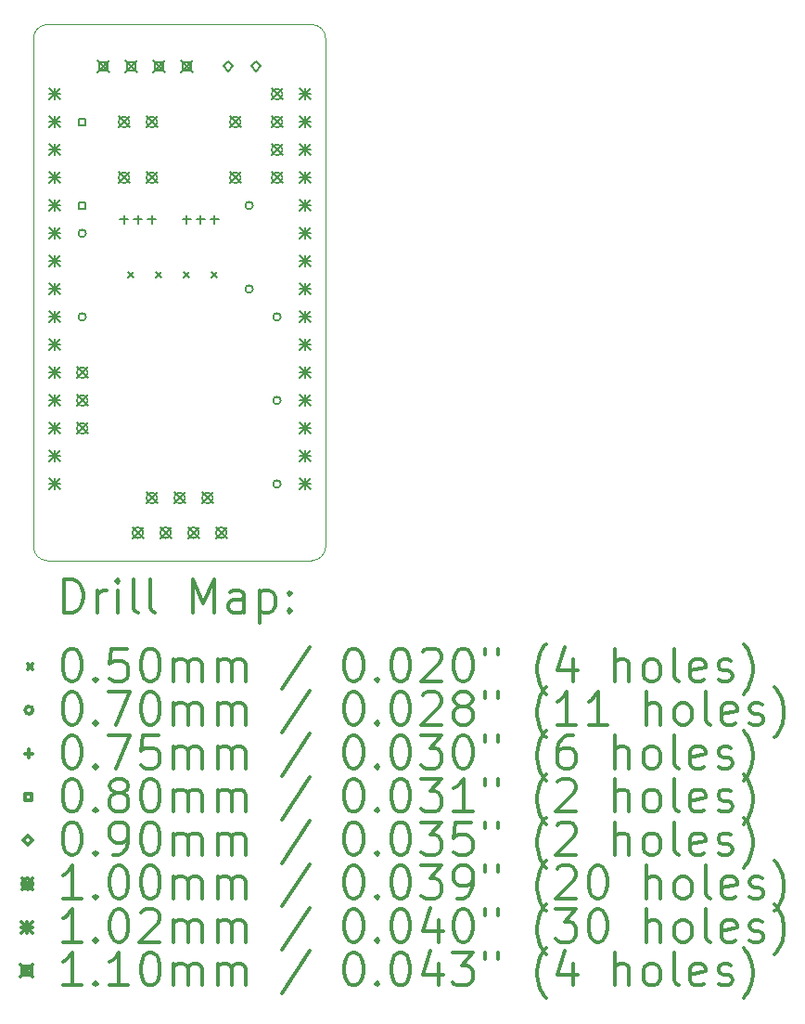
<source format=gbr>
%FSLAX45Y45*%
G04 Gerber Fmt 4.5, Leading zero omitted, Abs format (unit mm)*
G04 Created by KiCad (PCBNEW 5.1.5-52549c5~85~ubuntu18.04.1) date 2020-03-29 12:38:47*
%MOMM*%
%LPD*%
G04 APERTURE LIST*
%TA.AperFunction,Profile*%
%ADD10C,0.120000*%
%TD*%
%ADD11C,0.200000*%
%ADD12C,0.300000*%
G04 APERTURE END LIST*
D10*
X11938000Y-10414489D02*
G75*
G02X12065000Y-10287489I127000J0D01*
G01*
X14605000Y-15049500D02*
G75*
G02X14478000Y-15176500I-127000J0D01*
G01*
X14478000Y-10287489D02*
G75*
G02X14605000Y-10414489I0J-127000D01*
G01*
X12065000Y-15176989D02*
G75*
G02X11938000Y-15049989I0J127000D01*
G01*
X14605000Y-15049500D02*
X14605000Y-10414000D01*
X12065000Y-15176500D02*
X14478000Y-15176500D01*
X11938000Y-10414000D02*
X11938000Y-15049500D01*
X14478000Y-10287489D02*
X12065000Y-10287489D01*
D11*
X12802000Y-12548000D02*
X12852000Y-12598000D01*
X12852000Y-12548000D02*
X12802000Y-12598000D01*
X13056000Y-12548000D02*
X13106000Y-12598000D01*
X13106000Y-12548000D02*
X13056000Y-12598000D01*
X13310000Y-12548000D02*
X13360000Y-12598000D01*
X13360000Y-12548000D02*
X13310000Y-12598000D01*
X13564000Y-12548000D02*
X13614000Y-12598000D01*
X13614000Y-12548000D02*
X13564000Y-12598000D01*
X12608000Y-10668000D02*
G75*
G03X12608000Y-10668000I-35000J0D01*
G01*
X14195500Y-13716000D02*
G75*
G03X14195500Y-13716000I-35000J0D01*
G01*
X12417500Y-12192000D02*
G75*
G03X12417500Y-12192000I-35000J0D01*
G01*
X12417500Y-12954000D02*
G75*
G03X12417500Y-12954000I-35000J0D01*
G01*
X13116000Y-10668000D02*
G75*
G03X13116000Y-10668000I-35000J0D01*
G01*
X13370000Y-10668000D02*
G75*
G03X13370000Y-10668000I-35000J0D01*
G01*
X14195500Y-14478000D02*
G75*
G03X14195500Y-14478000I-35000J0D01*
G01*
X14195500Y-12954000D02*
G75*
G03X14195500Y-12954000I-35000J0D01*
G01*
X14195500Y-13716000D02*
G75*
G03X14195500Y-13716000I-35000J0D01*
G01*
X13941500Y-11938000D02*
G75*
G03X13941500Y-11938000I-35000J0D01*
G01*
X13941500Y-12700000D02*
G75*
G03X13941500Y-12700000I-35000J0D01*
G01*
X12763500Y-12027500D02*
X12763500Y-12102500D01*
X12726000Y-12065000D02*
X12801000Y-12065000D01*
X12890500Y-12027500D02*
X12890500Y-12102500D01*
X12853000Y-12065000D02*
X12928000Y-12065000D01*
X13017500Y-12027500D02*
X13017500Y-12102500D01*
X12980000Y-12065000D02*
X13055000Y-12065000D01*
X13335000Y-12027500D02*
X13335000Y-12102500D01*
X13297500Y-12065000D02*
X13372500Y-12065000D01*
X13462000Y-12027500D02*
X13462000Y-12102500D01*
X13424500Y-12065000D02*
X13499500Y-12065000D01*
X13589000Y-12027500D02*
X13589000Y-12102500D01*
X13551500Y-12065000D02*
X13626500Y-12065000D01*
X12410784Y-11204284D02*
X12410784Y-11147716D01*
X12354215Y-11147716D01*
X12354215Y-11204284D01*
X12410784Y-11204284D01*
X12410784Y-11966284D02*
X12410784Y-11909715D01*
X12354215Y-11909715D01*
X12354215Y-11966284D01*
X12410784Y-11966284D01*
X13716000Y-10713000D02*
X13761000Y-10668000D01*
X13716000Y-10623000D01*
X13671000Y-10668000D01*
X13716000Y-10713000D01*
X13970000Y-10713000D02*
X14015000Y-10668000D01*
X13970000Y-10623000D01*
X13925000Y-10668000D01*
X13970000Y-10713000D01*
X12332500Y-13412000D02*
X12432500Y-13512000D01*
X12432500Y-13412000D02*
X12332500Y-13512000D01*
X12432500Y-13462000D02*
G75*
G03X12432500Y-13462000I-50000J0D01*
G01*
X12332500Y-13666000D02*
X12432500Y-13766000D01*
X12432500Y-13666000D02*
X12332500Y-13766000D01*
X12432500Y-13716000D02*
G75*
G03X12432500Y-13716000I-50000J0D01*
G01*
X12332500Y-13920000D02*
X12432500Y-14020000D01*
X12432500Y-13920000D02*
X12332500Y-14020000D01*
X12432500Y-13970000D02*
G75*
G03X12432500Y-13970000I-50000J0D01*
G01*
X12967500Y-14555000D02*
X13067500Y-14655000D01*
X13067500Y-14555000D02*
X12967500Y-14655000D01*
X13067500Y-14605000D02*
G75*
G03X13067500Y-14605000I-50000J0D01*
G01*
X13221500Y-14555000D02*
X13321500Y-14655000D01*
X13321500Y-14555000D02*
X13221500Y-14655000D01*
X13321500Y-14605000D02*
G75*
G03X13321500Y-14605000I-50000J0D01*
G01*
X13475500Y-14555000D02*
X13575500Y-14655000D01*
X13575500Y-14555000D02*
X13475500Y-14655000D01*
X13575500Y-14605000D02*
G75*
G03X13575500Y-14605000I-50000J0D01*
G01*
X12840500Y-14872500D02*
X12940500Y-14972500D01*
X12940500Y-14872500D02*
X12840500Y-14972500D01*
X12940500Y-14922500D02*
G75*
G03X12940500Y-14922500I-50000J0D01*
G01*
X13094500Y-14872500D02*
X13194500Y-14972500D01*
X13194500Y-14872500D02*
X13094500Y-14972500D01*
X13194500Y-14922500D02*
G75*
G03X13194500Y-14922500I-50000J0D01*
G01*
X13348500Y-14872500D02*
X13448500Y-14972500D01*
X13448500Y-14872500D02*
X13348500Y-14972500D01*
X13448500Y-14922500D02*
G75*
G03X13448500Y-14922500I-50000J0D01*
G01*
X13602500Y-14872500D02*
X13702500Y-14972500D01*
X13702500Y-14872500D02*
X13602500Y-14972500D01*
X13702500Y-14922500D02*
G75*
G03X13702500Y-14922500I-50000J0D01*
G01*
X14110500Y-10872000D02*
X14210500Y-10972000D01*
X14210500Y-10872000D02*
X14110500Y-10972000D01*
X14210500Y-10922000D02*
G75*
G03X14210500Y-10922000I-50000J0D01*
G01*
X14110500Y-11126000D02*
X14210500Y-11226000D01*
X14210500Y-11126000D02*
X14110500Y-11226000D01*
X14210500Y-11176000D02*
G75*
G03X14210500Y-11176000I-50000J0D01*
G01*
X14110500Y-11380000D02*
X14210500Y-11480000D01*
X14210500Y-11380000D02*
X14110500Y-11480000D01*
X14210500Y-11430000D02*
G75*
G03X14210500Y-11430000I-50000J0D01*
G01*
X14110500Y-11634000D02*
X14210500Y-11734000D01*
X14210500Y-11634000D02*
X14110500Y-11734000D01*
X14210500Y-11684000D02*
G75*
G03X14210500Y-11684000I-50000J0D01*
G01*
X12713500Y-11126000D02*
X12813500Y-11226000D01*
X12813500Y-11126000D02*
X12713500Y-11226000D01*
X12813500Y-11176000D02*
G75*
G03X12813500Y-11176000I-50000J0D01*
G01*
X12713500Y-11634000D02*
X12813500Y-11734000D01*
X12813500Y-11634000D02*
X12713500Y-11734000D01*
X12813500Y-11684000D02*
G75*
G03X12813500Y-11684000I-50000J0D01*
G01*
X12967500Y-11126000D02*
X13067500Y-11226000D01*
X13067500Y-11126000D02*
X12967500Y-11226000D01*
X13067500Y-11176000D02*
G75*
G03X13067500Y-11176000I-50000J0D01*
G01*
X12967500Y-11634000D02*
X13067500Y-11734000D01*
X13067500Y-11634000D02*
X12967500Y-11734000D01*
X13067500Y-11684000D02*
G75*
G03X13067500Y-11684000I-50000J0D01*
G01*
X13729500Y-11126000D02*
X13829500Y-11226000D01*
X13829500Y-11126000D02*
X13729500Y-11226000D01*
X13829500Y-11176000D02*
G75*
G03X13829500Y-11176000I-50000J0D01*
G01*
X13729500Y-11634000D02*
X13829500Y-11734000D01*
X13829500Y-11634000D02*
X13729500Y-11734000D01*
X13829500Y-11684000D02*
G75*
G03X13829500Y-11684000I-50000J0D01*
G01*
X12077700Y-10871200D02*
X12179300Y-10972800D01*
X12179300Y-10871200D02*
X12077700Y-10972800D01*
X12128500Y-10871200D02*
X12128500Y-10972800D01*
X12077700Y-10922000D02*
X12179300Y-10922000D01*
X12077700Y-11125200D02*
X12179300Y-11226800D01*
X12179300Y-11125200D02*
X12077700Y-11226800D01*
X12128500Y-11125200D02*
X12128500Y-11226800D01*
X12077700Y-11176000D02*
X12179300Y-11176000D01*
X12077700Y-11379200D02*
X12179300Y-11480800D01*
X12179300Y-11379200D02*
X12077700Y-11480800D01*
X12128500Y-11379200D02*
X12128500Y-11480800D01*
X12077700Y-11430000D02*
X12179300Y-11430000D01*
X12077700Y-11633200D02*
X12179300Y-11734800D01*
X12179300Y-11633200D02*
X12077700Y-11734800D01*
X12128500Y-11633200D02*
X12128500Y-11734800D01*
X12077700Y-11684000D02*
X12179300Y-11684000D01*
X12077700Y-11887200D02*
X12179300Y-11988800D01*
X12179300Y-11887200D02*
X12077700Y-11988800D01*
X12128500Y-11887200D02*
X12128500Y-11988800D01*
X12077700Y-11938000D02*
X12179300Y-11938000D01*
X12077700Y-12141200D02*
X12179300Y-12242800D01*
X12179300Y-12141200D02*
X12077700Y-12242800D01*
X12128500Y-12141200D02*
X12128500Y-12242800D01*
X12077700Y-12192000D02*
X12179300Y-12192000D01*
X12077700Y-12395200D02*
X12179300Y-12496800D01*
X12179300Y-12395200D02*
X12077700Y-12496800D01*
X12128500Y-12395200D02*
X12128500Y-12496800D01*
X12077700Y-12446000D02*
X12179300Y-12446000D01*
X12077700Y-12649200D02*
X12179300Y-12750800D01*
X12179300Y-12649200D02*
X12077700Y-12750800D01*
X12128500Y-12649200D02*
X12128500Y-12750800D01*
X12077700Y-12700000D02*
X12179300Y-12700000D01*
X12077700Y-12903200D02*
X12179300Y-13004800D01*
X12179300Y-12903200D02*
X12077700Y-13004800D01*
X12128500Y-12903200D02*
X12128500Y-13004800D01*
X12077700Y-12954000D02*
X12179300Y-12954000D01*
X12077700Y-13157200D02*
X12179300Y-13258800D01*
X12179300Y-13157200D02*
X12077700Y-13258800D01*
X12128500Y-13157200D02*
X12128500Y-13258800D01*
X12077700Y-13208000D02*
X12179300Y-13208000D01*
X12077700Y-13411200D02*
X12179300Y-13512800D01*
X12179300Y-13411200D02*
X12077700Y-13512800D01*
X12128500Y-13411200D02*
X12128500Y-13512800D01*
X12077700Y-13462000D02*
X12179300Y-13462000D01*
X12077700Y-13665200D02*
X12179300Y-13766800D01*
X12179300Y-13665200D02*
X12077700Y-13766800D01*
X12128500Y-13665200D02*
X12128500Y-13766800D01*
X12077700Y-13716000D02*
X12179300Y-13716000D01*
X12077700Y-13919200D02*
X12179300Y-14020800D01*
X12179300Y-13919200D02*
X12077700Y-14020800D01*
X12128500Y-13919200D02*
X12128500Y-14020800D01*
X12077700Y-13970000D02*
X12179300Y-13970000D01*
X12077700Y-14173200D02*
X12179300Y-14274800D01*
X12179300Y-14173200D02*
X12077700Y-14274800D01*
X12128500Y-14173200D02*
X12128500Y-14274800D01*
X12077700Y-14224000D02*
X12179300Y-14224000D01*
X12077700Y-14427200D02*
X12179300Y-14528800D01*
X12179300Y-14427200D02*
X12077700Y-14528800D01*
X12128500Y-14427200D02*
X12128500Y-14528800D01*
X12077700Y-14478000D02*
X12179300Y-14478000D01*
X14363700Y-10871200D02*
X14465300Y-10972800D01*
X14465300Y-10871200D02*
X14363700Y-10972800D01*
X14414500Y-10871200D02*
X14414500Y-10972800D01*
X14363700Y-10922000D02*
X14465300Y-10922000D01*
X14363700Y-11125200D02*
X14465300Y-11226800D01*
X14465300Y-11125200D02*
X14363700Y-11226800D01*
X14414500Y-11125200D02*
X14414500Y-11226800D01*
X14363700Y-11176000D02*
X14465300Y-11176000D01*
X14363700Y-11379200D02*
X14465300Y-11480800D01*
X14465300Y-11379200D02*
X14363700Y-11480800D01*
X14414500Y-11379200D02*
X14414500Y-11480800D01*
X14363700Y-11430000D02*
X14465300Y-11430000D01*
X14363700Y-11633200D02*
X14465300Y-11734800D01*
X14465300Y-11633200D02*
X14363700Y-11734800D01*
X14414500Y-11633200D02*
X14414500Y-11734800D01*
X14363700Y-11684000D02*
X14465300Y-11684000D01*
X14363700Y-11887200D02*
X14465300Y-11988800D01*
X14465300Y-11887200D02*
X14363700Y-11988800D01*
X14414500Y-11887200D02*
X14414500Y-11988800D01*
X14363700Y-11938000D02*
X14465300Y-11938000D01*
X14363700Y-12141200D02*
X14465300Y-12242800D01*
X14465300Y-12141200D02*
X14363700Y-12242800D01*
X14414500Y-12141200D02*
X14414500Y-12242800D01*
X14363700Y-12192000D02*
X14465300Y-12192000D01*
X14363700Y-12395200D02*
X14465300Y-12496800D01*
X14465300Y-12395200D02*
X14363700Y-12496800D01*
X14414500Y-12395200D02*
X14414500Y-12496800D01*
X14363700Y-12446000D02*
X14465300Y-12446000D01*
X14363700Y-12649200D02*
X14465300Y-12750800D01*
X14465300Y-12649200D02*
X14363700Y-12750800D01*
X14414500Y-12649200D02*
X14414500Y-12750800D01*
X14363700Y-12700000D02*
X14465300Y-12700000D01*
X14363700Y-12903200D02*
X14465300Y-13004800D01*
X14465300Y-12903200D02*
X14363700Y-13004800D01*
X14414500Y-12903200D02*
X14414500Y-13004800D01*
X14363700Y-12954000D02*
X14465300Y-12954000D01*
X14363700Y-13157200D02*
X14465300Y-13258800D01*
X14465300Y-13157200D02*
X14363700Y-13258800D01*
X14414500Y-13157200D02*
X14414500Y-13258800D01*
X14363700Y-13208000D02*
X14465300Y-13208000D01*
X14363700Y-13411200D02*
X14465300Y-13512800D01*
X14465300Y-13411200D02*
X14363700Y-13512800D01*
X14414500Y-13411200D02*
X14414500Y-13512800D01*
X14363700Y-13462000D02*
X14465300Y-13462000D01*
X14363700Y-13665200D02*
X14465300Y-13766800D01*
X14465300Y-13665200D02*
X14363700Y-13766800D01*
X14414500Y-13665200D02*
X14414500Y-13766800D01*
X14363700Y-13716000D02*
X14465300Y-13716000D01*
X14363700Y-13919200D02*
X14465300Y-14020800D01*
X14465300Y-13919200D02*
X14363700Y-14020800D01*
X14414500Y-13919200D02*
X14414500Y-14020800D01*
X14363700Y-13970000D02*
X14465300Y-13970000D01*
X14363700Y-14173200D02*
X14465300Y-14274800D01*
X14465300Y-14173200D02*
X14363700Y-14274800D01*
X14414500Y-14173200D02*
X14414500Y-14274800D01*
X14363700Y-14224000D02*
X14465300Y-14224000D01*
X14363700Y-14427200D02*
X14465300Y-14528800D01*
X14465300Y-14427200D02*
X14363700Y-14528800D01*
X14414500Y-14427200D02*
X14414500Y-14528800D01*
X14363700Y-14478000D02*
X14465300Y-14478000D01*
X12518000Y-10613000D02*
X12628000Y-10723000D01*
X12628000Y-10613000D02*
X12518000Y-10723000D01*
X12611891Y-10706891D02*
X12611891Y-10629109D01*
X12534109Y-10629109D01*
X12534109Y-10706891D01*
X12611891Y-10706891D01*
X12772000Y-10613000D02*
X12882000Y-10723000D01*
X12882000Y-10613000D02*
X12772000Y-10723000D01*
X12865891Y-10706891D02*
X12865891Y-10629109D01*
X12788109Y-10629109D01*
X12788109Y-10706891D01*
X12865891Y-10706891D01*
X13026000Y-10613000D02*
X13136000Y-10723000D01*
X13136000Y-10613000D02*
X13026000Y-10723000D01*
X13119891Y-10706891D02*
X13119891Y-10629109D01*
X13042109Y-10629109D01*
X13042109Y-10706891D01*
X13119891Y-10706891D01*
X13280000Y-10613000D02*
X13390000Y-10723000D01*
X13390000Y-10613000D02*
X13280000Y-10723000D01*
X13373891Y-10706891D02*
X13373891Y-10629109D01*
X13296109Y-10629109D01*
X13296109Y-10706891D01*
X13373891Y-10706891D01*
D12*
X12218428Y-15648703D02*
X12218428Y-15348703D01*
X12289857Y-15348703D01*
X12332714Y-15362989D01*
X12361286Y-15391560D01*
X12375571Y-15420132D01*
X12389857Y-15477275D01*
X12389857Y-15520132D01*
X12375571Y-15577275D01*
X12361286Y-15605846D01*
X12332714Y-15634418D01*
X12289857Y-15648703D01*
X12218428Y-15648703D01*
X12518428Y-15648703D02*
X12518428Y-15448703D01*
X12518428Y-15505846D02*
X12532714Y-15477275D01*
X12547000Y-15462989D01*
X12575571Y-15448703D01*
X12604143Y-15448703D01*
X12704143Y-15648703D02*
X12704143Y-15448703D01*
X12704143Y-15348703D02*
X12689857Y-15362989D01*
X12704143Y-15377275D01*
X12718428Y-15362989D01*
X12704143Y-15348703D01*
X12704143Y-15377275D01*
X12889857Y-15648703D02*
X12861286Y-15634418D01*
X12847000Y-15605846D01*
X12847000Y-15348703D01*
X13047000Y-15648703D02*
X13018428Y-15634418D01*
X13004143Y-15605846D01*
X13004143Y-15348703D01*
X13389857Y-15648703D02*
X13389857Y-15348703D01*
X13489857Y-15562989D01*
X13589857Y-15348703D01*
X13589857Y-15648703D01*
X13861286Y-15648703D02*
X13861286Y-15491560D01*
X13847000Y-15462989D01*
X13818428Y-15448703D01*
X13761286Y-15448703D01*
X13732714Y-15462989D01*
X13861286Y-15634418D02*
X13832714Y-15648703D01*
X13761286Y-15648703D01*
X13732714Y-15634418D01*
X13718428Y-15605846D01*
X13718428Y-15577275D01*
X13732714Y-15548703D01*
X13761286Y-15534418D01*
X13832714Y-15534418D01*
X13861286Y-15520132D01*
X14004143Y-15448703D02*
X14004143Y-15748703D01*
X14004143Y-15462989D02*
X14032714Y-15448703D01*
X14089857Y-15448703D01*
X14118428Y-15462989D01*
X14132714Y-15477275D01*
X14147000Y-15505846D01*
X14147000Y-15591560D01*
X14132714Y-15620132D01*
X14118428Y-15634418D01*
X14089857Y-15648703D01*
X14032714Y-15648703D01*
X14004143Y-15634418D01*
X14275571Y-15620132D02*
X14289857Y-15634418D01*
X14275571Y-15648703D01*
X14261286Y-15634418D01*
X14275571Y-15620132D01*
X14275571Y-15648703D01*
X14275571Y-15462989D02*
X14289857Y-15477275D01*
X14275571Y-15491560D01*
X14261286Y-15477275D01*
X14275571Y-15462989D01*
X14275571Y-15491560D01*
X11882000Y-16117989D02*
X11932000Y-16167989D01*
X11932000Y-16117989D02*
X11882000Y-16167989D01*
X12275571Y-15978703D02*
X12304143Y-15978703D01*
X12332714Y-15992989D01*
X12347000Y-16007275D01*
X12361286Y-16035846D01*
X12375571Y-16092989D01*
X12375571Y-16164418D01*
X12361286Y-16221560D01*
X12347000Y-16250132D01*
X12332714Y-16264418D01*
X12304143Y-16278703D01*
X12275571Y-16278703D01*
X12247000Y-16264418D01*
X12232714Y-16250132D01*
X12218428Y-16221560D01*
X12204143Y-16164418D01*
X12204143Y-16092989D01*
X12218428Y-16035846D01*
X12232714Y-16007275D01*
X12247000Y-15992989D01*
X12275571Y-15978703D01*
X12504143Y-16250132D02*
X12518428Y-16264418D01*
X12504143Y-16278703D01*
X12489857Y-16264418D01*
X12504143Y-16250132D01*
X12504143Y-16278703D01*
X12789857Y-15978703D02*
X12647000Y-15978703D01*
X12632714Y-16121560D01*
X12647000Y-16107275D01*
X12675571Y-16092989D01*
X12747000Y-16092989D01*
X12775571Y-16107275D01*
X12789857Y-16121560D01*
X12804143Y-16150132D01*
X12804143Y-16221560D01*
X12789857Y-16250132D01*
X12775571Y-16264418D01*
X12747000Y-16278703D01*
X12675571Y-16278703D01*
X12647000Y-16264418D01*
X12632714Y-16250132D01*
X12989857Y-15978703D02*
X13018428Y-15978703D01*
X13047000Y-15992989D01*
X13061286Y-16007275D01*
X13075571Y-16035846D01*
X13089857Y-16092989D01*
X13089857Y-16164418D01*
X13075571Y-16221560D01*
X13061286Y-16250132D01*
X13047000Y-16264418D01*
X13018428Y-16278703D01*
X12989857Y-16278703D01*
X12961286Y-16264418D01*
X12947000Y-16250132D01*
X12932714Y-16221560D01*
X12918428Y-16164418D01*
X12918428Y-16092989D01*
X12932714Y-16035846D01*
X12947000Y-16007275D01*
X12961286Y-15992989D01*
X12989857Y-15978703D01*
X13218428Y-16278703D02*
X13218428Y-16078703D01*
X13218428Y-16107275D02*
X13232714Y-16092989D01*
X13261286Y-16078703D01*
X13304143Y-16078703D01*
X13332714Y-16092989D01*
X13347000Y-16121560D01*
X13347000Y-16278703D01*
X13347000Y-16121560D02*
X13361286Y-16092989D01*
X13389857Y-16078703D01*
X13432714Y-16078703D01*
X13461286Y-16092989D01*
X13475571Y-16121560D01*
X13475571Y-16278703D01*
X13618428Y-16278703D02*
X13618428Y-16078703D01*
X13618428Y-16107275D02*
X13632714Y-16092989D01*
X13661286Y-16078703D01*
X13704143Y-16078703D01*
X13732714Y-16092989D01*
X13747000Y-16121560D01*
X13747000Y-16278703D01*
X13747000Y-16121560D02*
X13761286Y-16092989D01*
X13789857Y-16078703D01*
X13832714Y-16078703D01*
X13861286Y-16092989D01*
X13875571Y-16121560D01*
X13875571Y-16278703D01*
X14461286Y-15964418D02*
X14204143Y-16350132D01*
X14847000Y-15978703D02*
X14875571Y-15978703D01*
X14904143Y-15992989D01*
X14918428Y-16007275D01*
X14932714Y-16035846D01*
X14947000Y-16092989D01*
X14947000Y-16164418D01*
X14932714Y-16221560D01*
X14918428Y-16250132D01*
X14904143Y-16264418D01*
X14875571Y-16278703D01*
X14847000Y-16278703D01*
X14818428Y-16264418D01*
X14804143Y-16250132D01*
X14789857Y-16221560D01*
X14775571Y-16164418D01*
X14775571Y-16092989D01*
X14789857Y-16035846D01*
X14804143Y-16007275D01*
X14818428Y-15992989D01*
X14847000Y-15978703D01*
X15075571Y-16250132D02*
X15089857Y-16264418D01*
X15075571Y-16278703D01*
X15061286Y-16264418D01*
X15075571Y-16250132D01*
X15075571Y-16278703D01*
X15275571Y-15978703D02*
X15304143Y-15978703D01*
X15332714Y-15992989D01*
X15347000Y-16007275D01*
X15361286Y-16035846D01*
X15375571Y-16092989D01*
X15375571Y-16164418D01*
X15361286Y-16221560D01*
X15347000Y-16250132D01*
X15332714Y-16264418D01*
X15304143Y-16278703D01*
X15275571Y-16278703D01*
X15247000Y-16264418D01*
X15232714Y-16250132D01*
X15218428Y-16221560D01*
X15204143Y-16164418D01*
X15204143Y-16092989D01*
X15218428Y-16035846D01*
X15232714Y-16007275D01*
X15247000Y-15992989D01*
X15275571Y-15978703D01*
X15489857Y-16007275D02*
X15504143Y-15992989D01*
X15532714Y-15978703D01*
X15604143Y-15978703D01*
X15632714Y-15992989D01*
X15647000Y-16007275D01*
X15661286Y-16035846D01*
X15661286Y-16064418D01*
X15647000Y-16107275D01*
X15475571Y-16278703D01*
X15661286Y-16278703D01*
X15847000Y-15978703D02*
X15875571Y-15978703D01*
X15904143Y-15992989D01*
X15918428Y-16007275D01*
X15932714Y-16035846D01*
X15947000Y-16092989D01*
X15947000Y-16164418D01*
X15932714Y-16221560D01*
X15918428Y-16250132D01*
X15904143Y-16264418D01*
X15875571Y-16278703D01*
X15847000Y-16278703D01*
X15818428Y-16264418D01*
X15804143Y-16250132D01*
X15789857Y-16221560D01*
X15775571Y-16164418D01*
X15775571Y-16092989D01*
X15789857Y-16035846D01*
X15804143Y-16007275D01*
X15818428Y-15992989D01*
X15847000Y-15978703D01*
X16061286Y-15978703D02*
X16061286Y-16035846D01*
X16175571Y-15978703D02*
X16175571Y-16035846D01*
X16618428Y-16392989D02*
X16604143Y-16378703D01*
X16575571Y-16335846D01*
X16561286Y-16307275D01*
X16547000Y-16264418D01*
X16532714Y-16192989D01*
X16532714Y-16135846D01*
X16547000Y-16064418D01*
X16561286Y-16021560D01*
X16575571Y-15992989D01*
X16604143Y-15950132D01*
X16618428Y-15935846D01*
X16861286Y-16078703D02*
X16861286Y-16278703D01*
X16789857Y-15964418D02*
X16718428Y-16178703D01*
X16904143Y-16178703D01*
X17247000Y-16278703D02*
X17247000Y-15978703D01*
X17375571Y-16278703D02*
X17375571Y-16121560D01*
X17361286Y-16092989D01*
X17332714Y-16078703D01*
X17289857Y-16078703D01*
X17261286Y-16092989D01*
X17247000Y-16107275D01*
X17561286Y-16278703D02*
X17532714Y-16264418D01*
X17518428Y-16250132D01*
X17504143Y-16221560D01*
X17504143Y-16135846D01*
X17518428Y-16107275D01*
X17532714Y-16092989D01*
X17561286Y-16078703D01*
X17604143Y-16078703D01*
X17632714Y-16092989D01*
X17647000Y-16107275D01*
X17661286Y-16135846D01*
X17661286Y-16221560D01*
X17647000Y-16250132D01*
X17632714Y-16264418D01*
X17604143Y-16278703D01*
X17561286Y-16278703D01*
X17832714Y-16278703D02*
X17804143Y-16264418D01*
X17789857Y-16235846D01*
X17789857Y-15978703D01*
X18061286Y-16264418D02*
X18032714Y-16278703D01*
X17975571Y-16278703D01*
X17947000Y-16264418D01*
X17932714Y-16235846D01*
X17932714Y-16121560D01*
X17947000Y-16092989D01*
X17975571Y-16078703D01*
X18032714Y-16078703D01*
X18061286Y-16092989D01*
X18075571Y-16121560D01*
X18075571Y-16150132D01*
X17932714Y-16178703D01*
X18189857Y-16264418D02*
X18218428Y-16278703D01*
X18275571Y-16278703D01*
X18304143Y-16264418D01*
X18318428Y-16235846D01*
X18318428Y-16221560D01*
X18304143Y-16192989D01*
X18275571Y-16178703D01*
X18232714Y-16178703D01*
X18204143Y-16164418D01*
X18189857Y-16135846D01*
X18189857Y-16121560D01*
X18204143Y-16092989D01*
X18232714Y-16078703D01*
X18275571Y-16078703D01*
X18304143Y-16092989D01*
X18418428Y-16392989D02*
X18432714Y-16378703D01*
X18461286Y-16335846D01*
X18475571Y-16307275D01*
X18489857Y-16264418D01*
X18504143Y-16192989D01*
X18504143Y-16135846D01*
X18489857Y-16064418D01*
X18475571Y-16021560D01*
X18461286Y-15992989D01*
X18432714Y-15950132D01*
X18418428Y-15935846D01*
X11932000Y-16538989D02*
G75*
G03X11932000Y-16538989I-35000J0D01*
G01*
X12275571Y-16374703D02*
X12304143Y-16374703D01*
X12332714Y-16388989D01*
X12347000Y-16403275D01*
X12361286Y-16431846D01*
X12375571Y-16488989D01*
X12375571Y-16560418D01*
X12361286Y-16617560D01*
X12347000Y-16646132D01*
X12332714Y-16660418D01*
X12304143Y-16674703D01*
X12275571Y-16674703D01*
X12247000Y-16660418D01*
X12232714Y-16646132D01*
X12218428Y-16617560D01*
X12204143Y-16560418D01*
X12204143Y-16488989D01*
X12218428Y-16431846D01*
X12232714Y-16403275D01*
X12247000Y-16388989D01*
X12275571Y-16374703D01*
X12504143Y-16646132D02*
X12518428Y-16660418D01*
X12504143Y-16674703D01*
X12489857Y-16660418D01*
X12504143Y-16646132D01*
X12504143Y-16674703D01*
X12618428Y-16374703D02*
X12818428Y-16374703D01*
X12689857Y-16674703D01*
X12989857Y-16374703D02*
X13018428Y-16374703D01*
X13047000Y-16388989D01*
X13061286Y-16403275D01*
X13075571Y-16431846D01*
X13089857Y-16488989D01*
X13089857Y-16560418D01*
X13075571Y-16617560D01*
X13061286Y-16646132D01*
X13047000Y-16660418D01*
X13018428Y-16674703D01*
X12989857Y-16674703D01*
X12961286Y-16660418D01*
X12947000Y-16646132D01*
X12932714Y-16617560D01*
X12918428Y-16560418D01*
X12918428Y-16488989D01*
X12932714Y-16431846D01*
X12947000Y-16403275D01*
X12961286Y-16388989D01*
X12989857Y-16374703D01*
X13218428Y-16674703D02*
X13218428Y-16474703D01*
X13218428Y-16503275D02*
X13232714Y-16488989D01*
X13261286Y-16474703D01*
X13304143Y-16474703D01*
X13332714Y-16488989D01*
X13347000Y-16517560D01*
X13347000Y-16674703D01*
X13347000Y-16517560D02*
X13361286Y-16488989D01*
X13389857Y-16474703D01*
X13432714Y-16474703D01*
X13461286Y-16488989D01*
X13475571Y-16517560D01*
X13475571Y-16674703D01*
X13618428Y-16674703D02*
X13618428Y-16474703D01*
X13618428Y-16503275D02*
X13632714Y-16488989D01*
X13661286Y-16474703D01*
X13704143Y-16474703D01*
X13732714Y-16488989D01*
X13747000Y-16517560D01*
X13747000Y-16674703D01*
X13747000Y-16517560D02*
X13761286Y-16488989D01*
X13789857Y-16474703D01*
X13832714Y-16474703D01*
X13861286Y-16488989D01*
X13875571Y-16517560D01*
X13875571Y-16674703D01*
X14461286Y-16360418D02*
X14204143Y-16746132D01*
X14847000Y-16374703D02*
X14875571Y-16374703D01*
X14904143Y-16388989D01*
X14918428Y-16403275D01*
X14932714Y-16431846D01*
X14947000Y-16488989D01*
X14947000Y-16560418D01*
X14932714Y-16617560D01*
X14918428Y-16646132D01*
X14904143Y-16660418D01*
X14875571Y-16674703D01*
X14847000Y-16674703D01*
X14818428Y-16660418D01*
X14804143Y-16646132D01*
X14789857Y-16617560D01*
X14775571Y-16560418D01*
X14775571Y-16488989D01*
X14789857Y-16431846D01*
X14804143Y-16403275D01*
X14818428Y-16388989D01*
X14847000Y-16374703D01*
X15075571Y-16646132D02*
X15089857Y-16660418D01*
X15075571Y-16674703D01*
X15061286Y-16660418D01*
X15075571Y-16646132D01*
X15075571Y-16674703D01*
X15275571Y-16374703D02*
X15304143Y-16374703D01*
X15332714Y-16388989D01*
X15347000Y-16403275D01*
X15361286Y-16431846D01*
X15375571Y-16488989D01*
X15375571Y-16560418D01*
X15361286Y-16617560D01*
X15347000Y-16646132D01*
X15332714Y-16660418D01*
X15304143Y-16674703D01*
X15275571Y-16674703D01*
X15247000Y-16660418D01*
X15232714Y-16646132D01*
X15218428Y-16617560D01*
X15204143Y-16560418D01*
X15204143Y-16488989D01*
X15218428Y-16431846D01*
X15232714Y-16403275D01*
X15247000Y-16388989D01*
X15275571Y-16374703D01*
X15489857Y-16403275D02*
X15504143Y-16388989D01*
X15532714Y-16374703D01*
X15604143Y-16374703D01*
X15632714Y-16388989D01*
X15647000Y-16403275D01*
X15661286Y-16431846D01*
X15661286Y-16460418D01*
X15647000Y-16503275D01*
X15475571Y-16674703D01*
X15661286Y-16674703D01*
X15832714Y-16503275D02*
X15804143Y-16488989D01*
X15789857Y-16474703D01*
X15775571Y-16446132D01*
X15775571Y-16431846D01*
X15789857Y-16403275D01*
X15804143Y-16388989D01*
X15832714Y-16374703D01*
X15889857Y-16374703D01*
X15918428Y-16388989D01*
X15932714Y-16403275D01*
X15947000Y-16431846D01*
X15947000Y-16446132D01*
X15932714Y-16474703D01*
X15918428Y-16488989D01*
X15889857Y-16503275D01*
X15832714Y-16503275D01*
X15804143Y-16517560D01*
X15789857Y-16531846D01*
X15775571Y-16560418D01*
X15775571Y-16617560D01*
X15789857Y-16646132D01*
X15804143Y-16660418D01*
X15832714Y-16674703D01*
X15889857Y-16674703D01*
X15918428Y-16660418D01*
X15932714Y-16646132D01*
X15947000Y-16617560D01*
X15947000Y-16560418D01*
X15932714Y-16531846D01*
X15918428Y-16517560D01*
X15889857Y-16503275D01*
X16061286Y-16374703D02*
X16061286Y-16431846D01*
X16175571Y-16374703D02*
X16175571Y-16431846D01*
X16618428Y-16788989D02*
X16604143Y-16774703D01*
X16575571Y-16731846D01*
X16561286Y-16703275D01*
X16547000Y-16660418D01*
X16532714Y-16588989D01*
X16532714Y-16531846D01*
X16547000Y-16460418D01*
X16561286Y-16417560D01*
X16575571Y-16388989D01*
X16604143Y-16346132D01*
X16618428Y-16331846D01*
X16889857Y-16674703D02*
X16718428Y-16674703D01*
X16804143Y-16674703D02*
X16804143Y-16374703D01*
X16775571Y-16417560D01*
X16747000Y-16446132D01*
X16718428Y-16460418D01*
X17175571Y-16674703D02*
X17004143Y-16674703D01*
X17089857Y-16674703D02*
X17089857Y-16374703D01*
X17061286Y-16417560D01*
X17032714Y-16446132D01*
X17004143Y-16460418D01*
X17532714Y-16674703D02*
X17532714Y-16374703D01*
X17661286Y-16674703D02*
X17661286Y-16517560D01*
X17647000Y-16488989D01*
X17618428Y-16474703D01*
X17575571Y-16474703D01*
X17547000Y-16488989D01*
X17532714Y-16503275D01*
X17847000Y-16674703D02*
X17818428Y-16660418D01*
X17804143Y-16646132D01*
X17789857Y-16617560D01*
X17789857Y-16531846D01*
X17804143Y-16503275D01*
X17818428Y-16488989D01*
X17847000Y-16474703D01*
X17889857Y-16474703D01*
X17918428Y-16488989D01*
X17932714Y-16503275D01*
X17947000Y-16531846D01*
X17947000Y-16617560D01*
X17932714Y-16646132D01*
X17918428Y-16660418D01*
X17889857Y-16674703D01*
X17847000Y-16674703D01*
X18118428Y-16674703D02*
X18089857Y-16660418D01*
X18075571Y-16631846D01*
X18075571Y-16374703D01*
X18347000Y-16660418D02*
X18318428Y-16674703D01*
X18261286Y-16674703D01*
X18232714Y-16660418D01*
X18218428Y-16631846D01*
X18218428Y-16517560D01*
X18232714Y-16488989D01*
X18261286Y-16474703D01*
X18318428Y-16474703D01*
X18347000Y-16488989D01*
X18361286Y-16517560D01*
X18361286Y-16546132D01*
X18218428Y-16574703D01*
X18475571Y-16660418D02*
X18504143Y-16674703D01*
X18561286Y-16674703D01*
X18589857Y-16660418D01*
X18604143Y-16631846D01*
X18604143Y-16617560D01*
X18589857Y-16588989D01*
X18561286Y-16574703D01*
X18518428Y-16574703D01*
X18489857Y-16560418D01*
X18475571Y-16531846D01*
X18475571Y-16517560D01*
X18489857Y-16488989D01*
X18518428Y-16474703D01*
X18561286Y-16474703D01*
X18589857Y-16488989D01*
X18704143Y-16788989D02*
X18718428Y-16774703D01*
X18747000Y-16731846D01*
X18761286Y-16703275D01*
X18775571Y-16660418D01*
X18789857Y-16588989D01*
X18789857Y-16531846D01*
X18775571Y-16460418D01*
X18761286Y-16417560D01*
X18747000Y-16388989D01*
X18718428Y-16346132D01*
X18704143Y-16331846D01*
X11894500Y-16897489D02*
X11894500Y-16972489D01*
X11857000Y-16934989D02*
X11932000Y-16934989D01*
X12275571Y-16770703D02*
X12304143Y-16770703D01*
X12332714Y-16784989D01*
X12347000Y-16799275D01*
X12361286Y-16827846D01*
X12375571Y-16884989D01*
X12375571Y-16956418D01*
X12361286Y-17013561D01*
X12347000Y-17042132D01*
X12332714Y-17056418D01*
X12304143Y-17070703D01*
X12275571Y-17070703D01*
X12247000Y-17056418D01*
X12232714Y-17042132D01*
X12218428Y-17013561D01*
X12204143Y-16956418D01*
X12204143Y-16884989D01*
X12218428Y-16827846D01*
X12232714Y-16799275D01*
X12247000Y-16784989D01*
X12275571Y-16770703D01*
X12504143Y-17042132D02*
X12518428Y-17056418D01*
X12504143Y-17070703D01*
X12489857Y-17056418D01*
X12504143Y-17042132D01*
X12504143Y-17070703D01*
X12618428Y-16770703D02*
X12818428Y-16770703D01*
X12689857Y-17070703D01*
X13075571Y-16770703D02*
X12932714Y-16770703D01*
X12918428Y-16913561D01*
X12932714Y-16899275D01*
X12961286Y-16884989D01*
X13032714Y-16884989D01*
X13061286Y-16899275D01*
X13075571Y-16913561D01*
X13089857Y-16942132D01*
X13089857Y-17013561D01*
X13075571Y-17042132D01*
X13061286Y-17056418D01*
X13032714Y-17070703D01*
X12961286Y-17070703D01*
X12932714Y-17056418D01*
X12918428Y-17042132D01*
X13218428Y-17070703D02*
X13218428Y-16870703D01*
X13218428Y-16899275D02*
X13232714Y-16884989D01*
X13261286Y-16870703D01*
X13304143Y-16870703D01*
X13332714Y-16884989D01*
X13347000Y-16913561D01*
X13347000Y-17070703D01*
X13347000Y-16913561D02*
X13361286Y-16884989D01*
X13389857Y-16870703D01*
X13432714Y-16870703D01*
X13461286Y-16884989D01*
X13475571Y-16913561D01*
X13475571Y-17070703D01*
X13618428Y-17070703D02*
X13618428Y-16870703D01*
X13618428Y-16899275D02*
X13632714Y-16884989D01*
X13661286Y-16870703D01*
X13704143Y-16870703D01*
X13732714Y-16884989D01*
X13747000Y-16913561D01*
X13747000Y-17070703D01*
X13747000Y-16913561D02*
X13761286Y-16884989D01*
X13789857Y-16870703D01*
X13832714Y-16870703D01*
X13861286Y-16884989D01*
X13875571Y-16913561D01*
X13875571Y-17070703D01*
X14461286Y-16756418D02*
X14204143Y-17142132D01*
X14847000Y-16770703D02*
X14875571Y-16770703D01*
X14904143Y-16784989D01*
X14918428Y-16799275D01*
X14932714Y-16827846D01*
X14947000Y-16884989D01*
X14947000Y-16956418D01*
X14932714Y-17013561D01*
X14918428Y-17042132D01*
X14904143Y-17056418D01*
X14875571Y-17070703D01*
X14847000Y-17070703D01*
X14818428Y-17056418D01*
X14804143Y-17042132D01*
X14789857Y-17013561D01*
X14775571Y-16956418D01*
X14775571Y-16884989D01*
X14789857Y-16827846D01*
X14804143Y-16799275D01*
X14818428Y-16784989D01*
X14847000Y-16770703D01*
X15075571Y-17042132D02*
X15089857Y-17056418D01*
X15075571Y-17070703D01*
X15061286Y-17056418D01*
X15075571Y-17042132D01*
X15075571Y-17070703D01*
X15275571Y-16770703D02*
X15304143Y-16770703D01*
X15332714Y-16784989D01*
X15347000Y-16799275D01*
X15361286Y-16827846D01*
X15375571Y-16884989D01*
X15375571Y-16956418D01*
X15361286Y-17013561D01*
X15347000Y-17042132D01*
X15332714Y-17056418D01*
X15304143Y-17070703D01*
X15275571Y-17070703D01*
X15247000Y-17056418D01*
X15232714Y-17042132D01*
X15218428Y-17013561D01*
X15204143Y-16956418D01*
X15204143Y-16884989D01*
X15218428Y-16827846D01*
X15232714Y-16799275D01*
X15247000Y-16784989D01*
X15275571Y-16770703D01*
X15475571Y-16770703D02*
X15661286Y-16770703D01*
X15561286Y-16884989D01*
X15604143Y-16884989D01*
X15632714Y-16899275D01*
X15647000Y-16913561D01*
X15661286Y-16942132D01*
X15661286Y-17013561D01*
X15647000Y-17042132D01*
X15632714Y-17056418D01*
X15604143Y-17070703D01*
X15518428Y-17070703D01*
X15489857Y-17056418D01*
X15475571Y-17042132D01*
X15847000Y-16770703D02*
X15875571Y-16770703D01*
X15904143Y-16784989D01*
X15918428Y-16799275D01*
X15932714Y-16827846D01*
X15947000Y-16884989D01*
X15947000Y-16956418D01*
X15932714Y-17013561D01*
X15918428Y-17042132D01*
X15904143Y-17056418D01*
X15875571Y-17070703D01*
X15847000Y-17070703D01*
X15818428Y-17056418D01*
X15804143Y-17042132D01*
X15789857Y-17013561D01*
X15775571Y-16956418D01*
X15775571Y-16884989D01*
X15789857Y-16827846D01*
X15804143Y-16799275D01*
X15818428Y-16784989D01*
X15847000Y-16770703D01*
X16061286Y-16770703D02*
X16061286Y-16827846D01*
X16175571Y-16770703D02*
X16175571Y-16827846D01*
X16618428Y-17184989D02*
X16604143Y-17170703D01*
X16575571Y-17127846D01*
X16561286Y-17099275D01*
X16547000Y-17056418D01*
X16532714Y-16984989D01*
X16532714Y-16927846D01*
X16547000Y-16856418D01*
X16561286Y-16813561D01*
X16575571Y-16784989D01*
X16604143Y-16742132D01*
X16618428Y-16727846D01*
X16861286Y-16770703D02*
X16804143Y-16770703D01*
X16775571Y-16784989D01*
X16761286Y-16799275D01*
X16732714Y-16842132D01*
X16718428Y-16899275D01*
X16718428Y-17013561D01*
X16732714Y-17042132D01*
X16747000Y-17056418D01*
X16775571Y-17070703D01*
X16832714Y-17070703D01*
X16861286Y-17056418D01*
X16875571Y-17042132D01*
X16889857Y-17013561D01*
X16889857Y-16942132D01*
X16875571Y-16913561D01*
X16861286Y-16899275D01*
X16832714Y-16884989D01*
X16775571Y-16884989D01*
X16747000Y-16899275D01*
X16732714Y-16913561D01*
X16718428Y-16942132D01*
X17247000Y-17070703D02*
X17247000Y-16770703D01*
X17375571Y-17070703D02*
X17375571Y-16913561D01*
X17361286Y-16884989D01*
X17332714Y-16870703D01*
X17289857Y-16870703D01*
X17261286Y-16884989D01*
X17247000Y-16899275D01*
X17561286Y-17070703D02*
X17532714Y-17056418D01*
X17518428Y-17042132D01*
X17504143Y-17013561D01*
X17504143Y-16927846D01*
X17518428Y-16899275D01*
X17532714Y-16884989D01*
X17561286Y-16870703D01*
X17604143Y-16870703D01*
X17632714Y-16884989D01*
X17647000Y-16899275D01*
X17661286Y-16927846D01*
X17661286Y-17013561D01*
X17647000Y-17042132D01*
X17632714Y-17056418D01*
X17604143Y-17070703D01*
X17561286Y-17070703D01*
X17832714Y-17070703D02*
X17804143Y-17056418D01*
X17789857Y-17027846D01*
X17789857Y-16770703D01*
X18061286Y-17056418D02*
X18032714Y-17070703D01*
X17975571Y-17070703D01*
X17947000Y-17056418D01*
X17932714Y-17027846D01*
X17932714Y-16913561D01*
X17947000Y-16884989D01*
X17975571Y-16870703D01*
X18032714Y-16870703D01*
X18061286Y-16884989D01*
X18075571Y-16913561D01*
X18075571Y-16942132D01*
X17932714Y-16970703D01*
X18189857Y-17056418D02*
X18218428Y-17070703D01*
X18275571Y-17070703D01*
X18304143Y-17056418D01*
X18318428Y-17027846D01*
X18318428Y-17013561D01*
X18304143Y-16984989D01*
X18275571Y-16970703D01*
X18232714Y-16970703D01*
X18204143Y-16956418D01*
X18189857Y-16927846D01*
X18189857Y-16913561D01*
X18204143Y-16884989D01*
X18232714Y-16870703D01*
X18275571Y-16870703D01*
X18304143Y-16884989D01*
X18418428Y-17184989D02*
X18432714Y-17170703D01*
X18461286Y-17127846D01*
X18475571Y-17099275D01*
X18489857Y-17056418D01*
X18504143Y-16984989D01*
X18504143Y-16927846D01*
X18489857Y-16856418D01*
X18475571Y-16813561D01*
X18461286Y-16784989D01*
X18432714Y-16742132D01*
X18418428Y-16727846D01*
X11920284Y-17359274D02*
X11920284Y-17302705D01*
X11863715Y-17302705D01*
X11863715Y-17359274D01*
X11920284Y-17359274D01*
X12275571Y-17166703D02*
X12304143Y-17166703D01*
X12332714Y-17180989D01*
X12347000Y-17195275D01*
X12361286Y-17223846D01*
X12375571Y-17280989D01*
X12375571Y-17352418D01*
X12361286Y-17409561D01*
X12347000Y-17438132D01*
X12332714Y-17452418D01*
X12304143Y-17466703D01*
X12275571Y-17466703D01*
X12247000Y-17452418D01*
X12232714Y-17438132D01*
X12218428Y-17409561D01*
X12204143Y-17352418D01*
X12204143Y-17280989D01*
X12218428Y-17223846D01*
X12232714Y-17195275D01*
X12247000Y-17180989D01*
X12275571Y-17166703D01*
X12504143Y-17438132D02*
X12518428Y-17452418D01*
X12504143Y-17466703D01*
X12489857Y-17452418D01*
X12504143Y-17438132D01*
X12504143Y-17466703D01*
X12689857Y-17295275D02*
X12661286Y-17280989D01*
X12647000Y-17266703D01*
X12632714Y-17238132D01*
X12632714Y-17223846D01*
X12647000Y-17195275D01*
X12661286Y-17180989D01*
X12689857Y-17166703D01*
X12747000Y-17166703D01*
X12775571Y-17180989D01*
X12789857Y-17195275D01*
X12804143Y-17223846D01*
X12804143Y-17238132D01*
X12789857Y-17266703D01*
X12775571Y-17280989D01*
X12747000Y-17295275D01*
X12689857Y-17295275D01*
X12661286Y-17309561D01*
X12647000Y-17323846D01*
X12632714Y-17352418D01*
X12632714Y-17409561D01*
X12647000Y-17438132D01*
X12661286Y-17452418D01*
X12689857Y-17466703D01*
X12747000Y-17466703D01*
X12775571Y-17452418D01*
X12789857Y-17438132D01*
X12804143Y-17409561D01*
X12804143Y-17352418D01*
X12789857Y-17323846D01*
X12775571Y-17309561D01*
X12747000Y-17295275D01*
X12989857Y-17166703D02*
X13018428Y-17166703D01*
X13047000Y-17180989D01*
X13061286Y-17195275D01*
X13075571Y-17223846D01*
X13089857Y-17280989D01*
X13089857Y-17352418D01*
X13075571Y-17409561D01*
X13061286Y-17438132D01*
X13047000Y-17452418D01*
X13018428Y-17466703D01*
X12989857Y-17466703D01*
X12961286Y-17452418D01*
X12947000Y-17438132D01*
X12932714Y-17409561D01*
X12918428Y-17352418D01*
X12918428Y-17280989D01*
X12932714Y-17223846D01*
X12947000Y-17195275D01*
X12961286Y-17180989D01*
X12989857Y-17166703D01*
X13218428Y-17466703D02*
X13218428Y-17266703D01*
X13218428Y-17295275D02*
X13232714Y-17280989D01*
X13261286Y-17266703D01*
X13304143Y-17266703D01*
X13332714Y-17280989D01*
X13347000Y-17309561D01*
X13347000Y-17466703D01*
X13347000Y-17309561D02*
X13361286Y-17280989D01*
X13389857Y-17266703D01*
X13432714Y-17266703D01*
X13461286Y-17280989D01*
X13475571Y-17309561D01*
X13475571Y-17466703D01*
X13618428Y-17466703D02*
X13618428Y-17266703D01*
X13618428Y-17295275D02*
X13632714Y-17280989D01*
X13661286Y-17266703D01*
X13704143Y-17266703D01*
X13732714Y-17280989D01*
X13747000Y-17309561D01*
X13747000Y-17466703D01*
X13747000Y-17309561D02*
X13761286Y-17280989D01*
X13789857Y-17266703D01*
X13832714Y-17266703D01*
X13861286Y-17280989D01*
X13875571Y-17309561D01*
X13875571Y-17466703D01*
X14461286Y-17152418D02*
X14204143Y-17538132D01*
X14847000Y-17166703D02*
X14875571Y-17166703D01*
X14904143Y-17180989D01*
X14918428Y-17195275D01*
X14932714Y-17223846D01*
X14947000Y-17280989D01*
X14947000Y-17352418D01*
X14932714Y-17409561D01*
X14918428Y-17438132D01*
X14904143Y-17452418D01*
X14875571Y-17466703D01*
X14847000Y-17466703D01*
X14818428Y-17452418D01*
X14804143Y-17438132D01*
X14789857Y-17409561D01*
X14775571Y-17352418D01*
X14775571Y-17280989D01*
X14789857Y-17223846D01*
X14804143Y-17195275D01*
X14818428Y-17180989D01*
X14847000Y-17166703D01*
X15075571Y-17438132D02*
X15089857Y-17452418D01*
X15075571Y-17466703D01*
X15061286Y-17452418D01*
X15075571Y-17438132D01*
X15075571Y-17466703D01*
X15275571Y-17166703D02*
X15304143Y-17166703D01*
X15332714Y-17180989D01*
X15347000Y-17195275D01*
X15361286Y-17223846D01*
X15375571Y-17280989D01*
X15375571Y-17352418D01*
X15361286Y-17409561D01*
X15347000Y-17438132D01*
X15332714Y-17452418D01*
X15304143Y-17466703D01*
X15275571Y-17466703D01*
X15247000Y-17452418D01*
X15232714Y-17438132D01*
X15218428Y-17409561D01*
X15204143Y-17352418D01*
X15204143Y-17280989D01*
X15218428Y-17223846D01*
X15232714Y-17195275D01*
X15247000Y-17180989D01*
X15275571Y-17166703D01*
X15475571Y-17166703D02*
X15661286Y-17166703D01*
X15561286Y-17280989D01*
X15604143Y-17280989D01*
X15632714Y-17295275D01*
X15647000Y-17309561D01*
X15661286Y-17338132D01*
X15661286Y-17409561D01*
X15647000Y-17438132D01*
X15632714Y-17452418D01*
X15604143Y-17466703D01*
X15518428Y-17466703D01*
X15489857Y-17452418D01*
X15475571Y-17438132D01*
X15947000Y-17466703D02*
X15775571Y-17466703D01*
X15861286Y-17466703D02*
X15861286Y-17166703D01*
X15832714Y-17209561D01*
X15804143Y-17238132D01*
X15775571Y-17252418D01*
X16061286Y-17166703D02*
X16061286Y-17223846D01*
X16175571Y-17166703D02*
X16175571Y-17223846D01*
X16618428Y-17580989D02*
X16604143Y-17566703D01*
X16575571Y-17523846D01*
X16561286Y-17495275D01*
X16547000Y-17452418D01*
X16532714Y-17380989D01*
X16532714Y-17323846D01*
X16547000Y-17252418D01*
X16561286Y-17209561D01*
X16575571Y-17180989D01*
X16604143Y-17138132D01*
X16618428Y-17123846D01*
X16718428Y-17195275D02*
X16732714Y-17180989D01*
X16761286Y-17166703D01*
X16832714Y-17166703D01*
X16861286Y-17180989D01*
X16875571Y-17195275D01*
X16889857Y-17223846D01*
X16889857Y-17252418D01*
X16875571Y-17295275D01*
X16704143Y-17466703D01*
X16889857Y-17466703D01*
X17247000Y-17466703D02*
X17247000Y-17166703D01*
X17375571Y-17466703D02*
X17375571Y-17309561D01*
X17361286Y-17280989D01*
X17332714Y-17266703D01*
X17289857Y-17266703D01*
X17261286Y-17280989D01*
X17247000Y-17295275D01*
X17561286Y-17466703D02*
X17532714Y-17452418D01*
X17518428Y-17438132D01*
X17504143Y-17409561D01*
X17504143Y-17323846D01*
X17518428Y-17295275D01*
X17532714Y-17280989D01*
X17561286Y-17266703D01*
X17604143Y-17266703D01*
X17632714Y-17280989D01*
X17647000Y-17295275D01*
X17661286Y-17323846D01*
X17661286Y-17409561D01*
X17647000Y-17438132D01*
X17632714Y-17452418D01*
X17604143Y-17466703D01*
X17561286Y-17466703D01*
X17832714Y-17466703D02*
X17804143Y-17452418D01*
X17789857Y-17423846D01*
X17789857Y-17166703D01*
X18061286Y-17452418D02*
X18032714Y-17466703D01*
X17975571Y-17466703D01*
X17947000Y-17452418D01*
X17932714Y-17423846D01*
X17932714Y-17309561D01*
X17947000Y-17280989D01*
X17975571Y-17266703D01*
X18032714Y-17266703D01*
X18061286Y-17280989D01*
X18075571Y-17309561D01*
X18075571Y-17338132D01*
X17932714Y-17366703D01*
X18189857Y-17452418D02*
X18218428Y-17466703D01*
X18275571Y-17466703D01*
X18304143Y-17452418D01*
X18318428Y-17423846D01*
X18318428Y-17409561D01*
X18304143Y-17380989D01*
X18275571Y-17366703D01*
X18232714Y-17366703D01*
X18204143Y-17352418D01*
X18189857Y-17323846D01*
X18189857Y-17309561D01*
X18204143Y-17280989D01*
X18232714Y-17266703D01*
X18275571Y-17266703D01*
X18304143Y-17280989D01*
X18418428Y-17580989D02*
X18432714Y-17566703D01*
X18461286Y-17523846D01*
X18475571Y-17495275D01*
X18489857Y-17452418D01*
X18504143Y-17380989D01*
X18504143Y-17323846D01*
X18489857Y-17252418D01*
X18475571Y-17209561D01*
X18461286Y-17180989D01*
X18432714Y-17138132D01*
X18418428Y-17123846D01*
X11887000Y-17771989D02*
X11932000Y-17726989D01*
X11887000Y-17681989D01*
X11842000Y-17726989D01*
X11887000Y-17771989D01*
X12275571Y-17562703D02*
X12304143Y-17562703D01*
X12332714Y-17576989D01*
X12347000Y-17591275D01*
X12361286Y-17619846D01*
X12375571Y-17676989D01*
X12375571Y-17748418D01*
X12361286Y-17805561D01*
X12347000Y-17834132D01*
X12332714Y-17848418D01*
X12304143Y-17862703D01*
X12275571Y-17862703D01*
X12247000Y-17848418D01*
X12232714Y-17834132D01*
X12218428Y-17805561D01*
X12204143Y-17748418D01*
X12204143Y-17676989D01*
X12218428Y-17619846D01*
X12232714Y-17591275D01*
X12247000Y-17576989D01*
X12275571Y-17562703D01*
X12504143Y-17834132D02*
X12518428Y-17848418D01*
X12504143Y-17862703D01*
X12489857Y-17848418D01*
X12504143Y-17834132D01*
X12504143Y-17862703D01*
X12661286Y-17862703D02*
X12718428Y-17862703D01*
X12747000Y-17848418D01*
X12761286Y-17834132D01*
X12789857Y-17791275D01*
X12804143Y-17734132D01*
X12804143Y-17619846D01*
X12789857Y-17591275D01*
X12775571Y-17576989D01*
X12747000Y-17562703D01*
X12689857Y-17562703D01*
X12661286Y-17576989D01*
X12647000Y-17591275D01*
X12632714Y-17619846D01*
X12632714Y-17691275D01*
X12647000Y-17719846D01*
X12661286Y-17734132D01*
X12689857Y-17748418D01*
X12747000Y-17748418D01*
X12775571Y-17734132D01*
X12789857Y-17719846D01*
X12804143Y-17691275D01*
X12989857Y-17562703D02*
X13018428Y-17562703D01*
X13047000Y-17576989D01*
X13061286Y-17591275D01*
X13075571Y-17619846D01*
X13089857Y-17676989D01*
X13089857Y-17748418D01*
X13075571Y-17805561D01*
X13061286Y-17834132D01*
X13047000Y-17848418D01*
X13018428Y-17862703D01*
X12989857Y-17862703D01*
X12961286Y-17848418D01*
X12947000Y-17834132D01*
X12932714Y-17805561D01*
X12918428Y-17748418D01*
X12918428Y-17676989D01*
X12932714Y-17619846D01*
X12947000Y-17591275D01*
X12961286Y-17576989D01*
X12989857Y-17562703D01*
X13218428Y-17862703D02*
X13218428Y-17662703D01*
X13218428Y-17691275D02*
X13232714Y-17676989D01*
X13261286Y-17662703D01*
X13304143Y-17662703D01*
X13332714Y-17676989D01*
X13347000Y-17705561D01*
X13347000Y-17862703D01*
X13347000Y-17705561D02*
X13361286Y-17676989D01*
X13389857Y-17662703D01*
X13432714Y-17662703D01*
X13461286Y-17676989D01*
X13475571Y-17705561D01*
X13475571Y-17862703D01*
X13618428Y-17862703D02*
X13618428Y-17662703D01*
X13618428Y-17691275D02*
X13632714Y-17676989D01*
X13661286Y-17662703D01*
X13704143Y-17662703D01*
X13732714Y-17676989D01*
X13747000Y-17705561D01*
X13747000Y-17862703D01*
X13747000Y-17705561D02*
X13761286Y-17676989D01*
X13789857Y-17662703D01*
X13832714Y-17662703D01*
X13861286Y-17676989D01*
X13875571Y-17705561D01*
X13875571Y-17862703D01*
X14461286Y-17548418D02*
X14204143Y-17934132D01*
X14847000Y-17562703D02*
X14875571Y-17562703D01*
X14904143Y-17576989D01*
X14918428Y-17591275D01*
X14932714Y-17619846D01*
X14947000Y-17676989D01*
X14947000Y-17748418D01*
X14932714Y-17805561D01*
X14918428Y-17834132D01*
X14904143Y-17848418D01*
X14875571Y-17862703D01*
X14847000Y-17862703D01*
X14818428Y-17848418D01*
X14804143Y-17834132D01*
X14789857Y-17805561D01*
X14775571Y-17748418D01*
X14775571Y-17676989D01*
X14789857Y-17619846D01*
X14804143Y-17591275D01*
X14818428Y-17576989D01*
X14847000Y-17562703D01*
X15075571Y-17834132D02*
X15089857Y-17848418D01*
X15075571Y-17862703D01*
X15061286Y-17848418D01*
X15075571Y-17834132D01*
X15075571Y-17862703D01*
X15275571Y-17562703D02*
X15304143Y-17562703D01*
X15332714Y-17576989D01*
X15347000Y-17591275D01*
X15361286Y-17619846D01*
X15375571Y-17676989D01*
X15375571Y-17748418D01*
X15361286Y-17805561D01*
X15347000Y-17834132D01*
X15332714Y-17848418D01*
X15304143Y-17862703D01*
X15275571Y-17862703D01*
X15247000Y-17848418D01*
X15232714Y-17834132D01*
X15218428Y-17805561D01*
X15204143Y-17748418D01*
X15204143Y-17676989D01*
X15218428Y-17619846D01*
X15232714Y-17591275D01*
X15247000Y-17576989D01*
X15275571Y-17562703D01*
X15475571Y-17562703D02*
X15661286Y-17562703D01*
X15561286Y-17676989D01*
X15604143Y-17676989D01*
X15632714Y-17691275D01*
X15647000Y-17705561D01*
X15661286Y-17734132D01*
X15661286Y-17805561D01*
X15647000Y-17834132D01*
X15632714Y-17848418D01*
X15604143Y-17862703D01*
X15518428Y-17862703D01*
X15489857Y-17848418D01*
X15475571Y-17834132D01*
X15932714Y-17562703D02*
X15789857Y-17562703D01*
X15775571Y-17705561D01*
X15789857Y-17691275D01*
X15818428Y-17676989D01*
X15889857Y-17676989D01*
X15918428Y-17691275D01*
X15932714Y-17705561D01*
X15947000Y-17734132D01*
X15947000Y-17805561D01*
X15932714Y-17834132D01*
X15918428Y-17848418D01*
X15889857Y-17862703D01*
X15818428Y-17862703D01*
X15789857Y-17848418D01*
X15775571Y-17834132D01*
X16061286Y-17562703D02*
X16061286Y-17619846D01*
X16175571Y-17562703D02*
X16175571Y-17619846D01*
X16618428Y-17976989D02*
X16604143Y-17962703D01*
X16575571Y-17919846D01*
X16561286Y-17891275D01*
X16547000Y-17848418D01*
X16532714Y-17776989D01*
X16532714Y-17719846D01*
X16547000Y-17648418D01*
X16561286Y-17605561D01*
X16575571Y-17576989D01*
X16604143Y-17534132D01*
X16618428Y-17519846D01*
X16718428Y-17591275D02*
X16732714Y-17576989D01*
X16761286Y-17562703D01*
X16832714Y-17562703D01*
X16861286Y-17576989D01*
X16875571Y-17591275D01*
X16889857Y-17619846D01*
X16889857Y-17648418D01*
X16875571Y-17691275D01*
X16704143Y-17862703D01*
X16889857Y-17862703D01*
X17247000Y-17862703D02*
X17247000Y-17562703D01*
X17375571Y-17862703D02*
X17375571Y-17705561D01*
X17361286Y-17676989D01*
X17332714Y-17662703D01*
X17289857Y-17662703D01*
X17261286Y-17676989D01*
X17247000Y-17691275D01*
X17561286Y-17862703D02*
X17532714Y-17848418D01*
X17518428Y-17834132D01*
X17504143Y-17805561D01*
X17504143Y-17719846D01*
X17518428Y-17691275D01*
X17532714Y-17676989D01*
X17561286Y-17662703D01*
X17604143Y-17662703D01*
X17632714Y-17676989D01*
X17647000Y-17691275D01*
X17661286Y-17719846D01*
X17661286Y-17805561D01*
X17647000Y-17834132D01*
X17632714Y-17848418D01*
X17604143Y-17862703D01*
X17561286Y-17862703D01*
X17832714Y-17862703D02*
X17804143Y-17848418D01*
X17789857Y-17819846D01*
X17789857Y-17562703D01*
X18061286Y-17848418D02*
X18032714Y-17862703D01*
X17975571Y-17862703D01*
X17947000Y-17848418D01*
X17932714Y-17819846D01*
X17932714Y-17705561D01*
X17947000Y-17676989D01*
X17975571Y-17662703D01*
X18032714Y-17662703D01*
X18061286Y-17676989D01*
X18075571Y-17705561D01*
X18075571Y-17734132D01*
X17932714Y-17762703D01*
X18189857Y-17848418D02*
X18218428Y-17862703D01*
X18275571Y-17862703D01*
X18304143Y-17848418D01*
X18318428Y-17819846D01*
X18318428Y-17805561D01*
X18304143Y-17776989D01*
X18275571Y-17762703D01*
X18232714Y-17762703D01*
X18204143Y-17748418D01*
X18189857Y-17719846D01*
X18189857Y-17705561D01*
X18204143Y-17676989D01*
X18232714Y-17662703D01*
X18275571Y-17662703D01*
X18304143Y-17676989D01*
X18418428Y-17976989D02*
X18432714Y-17962703D01*
X18461286Y-17919846D01*
X18475571Y-17891275D01*
X18489857Y-17848418D01*
X18504143Y-17776989D01*
X18504143Y-17719846D01*
X18489857Y-17648418D01*
X18475571Y-17605561D01*
X18461286Y-17576989D01*
X18432714Y-17534132D01*
X18418428Y-17519846D01*
X11832000Y-18072989D02*
X11932000Y-18172989D01*
X11932000Y-18072989D02*
X11832000Y-18172989D01*
X11932000Y-18122989D02*
G75*
G03X11932000Y-18122989I-50000J0D01*
G01*
X12375571Y-18258703D02*
X12204143Y-18258703D01*
X12289857Y-18258703D02*
X12289857Y-17958703D01*
X12261286Y-18001561D01*
X12232714Y-18030132D01*
X12204143Y-18044418D01*
X12504143Y-18230132D02*
X12518428Y-18244418D01*
X12504143Y-18258703D01*
X12489857Y-18244418D01*
X12504143Y-18230132D01*
X12504143Y-18258703D01*
X12704143Y-17958703D02*
X12732714Y-17958703D01*
X12761286Y-17972989D01*
X12775571Y-17987275D01*
X12789857Y-18015846D01*
X12804143Y-18072989D01*
X12804143Y-18144418D01*
X12789857Y-18201561D01*
X12775571Y-18230132D01*
X12761286Y-18244418D01*
X12732714Y-18258703D01*
X12704143Y-18258703D01*
X12675571Y-18244418D01*
X12661286Y-18230132D01*
X12647000Y-18201561D01*
X12632714Y-18144418D01*
X12632714Y-18072989D01*
X12647000Y-18015846D01*
X12661286Y-17987275D01*
X12675571Y-17972989D01*
X12704143Y-17958703D01*
X12989857Y-17958703D02*
X13018428Y-17958703D01*
X13047000Y-17972989D01*
X13061286Y-17987275D01*
X13075571Y-18015846D01*
X13089857Y-18072989D01*
X13089857Y-18144418D01*
X13075571Y-18201561D01*
X13061286Y-18230132D01*
X13047000Y-18244418D01*
X13018428Y-18258703D01*
X12989857Y-18258703D01*
X12961286Y-18244418D01*
X12947000Y-18230132D01*
X12932714Y-18201561D01*
X12918428Y-18144418D01*
X12918428Y-18072989D01*
X12932714Y-18015846D01*
X12947000Y-17987275D01*
X12961286Y-17972989D01*
X12989857Y-17958703D01*
X13218428Y-18258703D02*
X13218428Y-18058703D01*
X13218428Y-18087275D02*
X13232714Y-18072989D01*
X13261286Y-18058703D01*
X13304143Y-18058703D01*
X13332714Y-18072989D01*
X13347000Y-18101561D01*
X13347000Y-18258703D01*
X13347000Y-18101561D02*
X13361286Y-18072989D01*
X13389857Y-18058703D01*
X13432714Y-18058703D01*
X13461286Y-18072989D01*
X13475571Y-18101561D01*
X13475571Y-18258703D01*
X13618428Y-18258703D02*
X13618428Y-18058703D01*
X13618428Y-18087275D02*
X13632714Y-18072989D01*
X13661286Y-18058703D01*
X13704143Y-18058703D01*
X13732714Y-18072989D01*
X13747000Y-18101561D01*
X13747000Y-18258703D01*
X13747000Y-18101561D02*
X13761286Y-18072989D01*
X13789857Y-18058703D01*
X13832714Y-18058703D01*
X13861286Y-18072989D01*
X13875571Y-18101561D01*
X13875571Y-18258703D01*
X14461286Y-17944418D02*
X14204143Y-18330132D01*
X14847000Y-17958703D02*
X14875571Y-17958703D01*
X14904143Y-17972989D01*
X14918428Y-17987275D01*
X14932714Y-18015846D01*
X14947000Y-18072989D01*
X14947000Y-18144418D01*
X14932714Y-18201561D01*
X14918428Y-18230132D01*
X14904143Y-18244418D01*
X14875571Y-18258703D01*
X14847000Y-18258703D01*
X14818428Y-18244418D01*
X14804143Y-18230132D01*
X14789857Y-18201561D01*
X14775571Y-18144418D01*
X14775571Y-18072989D01*
X14789857Y-18015846D01*
X14804143Y-17987275D01*
X14818428Y-17972989D01*
X14847000Y-17958703D01*
X15075571Y-18230132D02*
X15089857Y-18244418D01*
X15075571Y-18258703D01*
X15061286Y-18244418D01*
X15075571Y-18230132D01*
X15075571Y-18258703D01*
X15275571Y-17958703D02*
X15304143Y-17958703D01*
X15332714Y-17972989D01*
X15347000Y-17987275D01*
X15361286Y-18015846D01*
X15375571Y-18072989D01*
X15375571Y-18144418D01*
X15361286Y-18201561D01*
X15347000Y-18230132D01*
X15332714Y-18244418D01*
X15304143Y-18258703D01*
X15275571Y-18258703D01*
X15247000Y-18244418D01*
X15232714Y-18230132D01*
X15218428Y-18201561D01*
X15204143Y-18144418D01*
X15204143Y-18072989D01*
X15218428Y-18015846D01*
X15232714Y-17987275D01*
X15247000Y-17972989D01*
X15275571Y-17958703D01*
X15475571Y-17958703D02*
X15661286Y-17958703D01*
X15561286Y-18072989D01*
X15604143Y-18072989D01*
X15632714Y-18087275D01*
X15647000Y-18101561D01*
X15661286Y-18130132D01*
X15661286Y-18201561D01*
X15647000Y-18230132D01*
X15632714Y-18244418D01*
X15604143Y-18258703D01*
X15518428Y-18258703D01*
X15489857Y-18244418D01*
X15475571Y-18230132D01*
X15804143Y-18258703D02*
X15861286Y-18258703D01*
X15889857Y-18244418D01*
X15904143Y-18230132D01*
X15932714Y-18187275D01*
X15947000Y-18130132D01*
X15947000Y-18015846D01*
X15932714Y-17987275D01*
X15918428Y-17972989D01*
X15889857Y-17958703D01*
X15832714Y-17958703D01*
X15804143Y-17972989D01*
X15789857Y-17987275D01*
X15775571Y-18015846D01*
X15775571Y-18087275D01*
X15789857Y-18115846D01*
X15804143Y-18130132D01*
X15832714Y-18144418D01*
X15889857Y-18144418D01*
X15918428Y-18130132D01*
X15932714Y-18115846D01*
X15947000Y-18087275D01*
X16061286Y-17958703D02*
X16061286Y-18015846D01*
X16175571Y-17958703D02*
X16175571Y-18015846D01*
X16618428Y-18372989D02*
X16604143Y-18358703D01*
X16575571Y-18315846D01*
X16561286Y-18287275D01*
X16547000Y-18244418D01*
X16532714Y-18172989D01*
X16532714Y-18115846D01*
X16547000Y-18044418D01*
X16561286Y-18001561D01*
X16575571Y-17972989D01*
X16604143Y-17930132D01*
X16618428Y-17915846D01*
X16718428Y-17987275D02*
X16732714Y-17972989D01*
X16761286Y-17958703D01*
X16832714Y-17958703D01*
X16861286Y-17972989D01*
X16875571Y-17987275D01*
X16889857Y-18015846D01*
X16889857Y-18044418D01*
X16875571Y-18087275D01*
X16704143Y-18258703D01*
X16889857Y-18258703D01*
X17075571Y-17958703D02*
X17104143Y-17958703D01*
X17132714Y-17972989D01*
X17147000Y-17987275D01*
X17161286Y-18015846D01*
X17175571Y-18072989D01*
X17175571Y-18144418D01*
X17161286Y-18201561D01*
X17147000Y-18230132D01*
X17132714Y-18244418D01*
X17104143Y-18258703D01*
X17075571Y-18258703D01*
X17047000Y-18244418D01*
X17032714Y-18230132D01*
X17018428Y-18201561D01*
X17004143Y-18144418D01*
X17004143Y-18072989D01*
X17018428Y-18015846D01*
X17032714Y-17987275D01*
X17047000Y-17972989D01*
X17075571Y-17958703D01*
X17532714Y-18258703D02*
X17532714Y-17958703D01*
X17661286Y-18258703D02*
X17661286Y-18101561D01*
X17647000Y-18072989D01*
X17618428Y-18058703D01*
X17575571Y-18058703D01*
X17547000Y-18072989D01*
X17532714Y-18087275D01*
X17847000Y-18258703D02*
X17818428Y-18244418D01*
X17804143Y-18230132D01*
X17789857Y-18201561D01*
X17789857Y-18115846D01*
X17804143Y-18087275D01*
X17818428Y-18072989D01*
X17847000Y-18058703D01*
X17889857Y-18058703D01*
X17918428Y-18072989D01*
X17932714Y-18087275D01*
X17947000Y-18115846D01*
X17947000Y-18201561D01*
X17932714Y-18230132D01*
X17918428Y-18244418D01*
X17889857Y-18258703D01*
X17847000Y-18258703D01*
X18118428Y-18258703D02*
X18089857Y-18244418D01*
X18075571Y-18215846D01*
X18075571Y-17958703D01*
X18347000Y-18244418D02*
X18318428Y-18258703D01*
X18261286Y-18258703D01*
X18232714Y-18244418D01*
X18218428Y-18215846D01*
X18218428Y-18101561D01*
X18232714Y-18072989D01*
X18261286Y-18058703D01*
X18318428Y-18058703D01*
X18347000Y-18072989D01*
X18361286Y-18101561D01*
X18361286Y-18130132D01*
X18218428Y-18158703D01*
X18475571Y-18244418D02*
X18504143Y-18258703D01*
X18561286Y-18258703D01*
X18589857Y-18244418D01*
X18604143Y-18215846D01*
X18604143Y-18201561D01*
X18589857Y-18172989D01*
X18561286Y-18158703D01*
X18518428Y-18158703D01*
X18489857Y-18144418D01*
X18475571Y-18115846D01*
X18475571Y-18101561D01*
X18489857Y-18072989D01*
X18518428Y-18058703D01*
X18561286Y-18058703D01*
X18589857Y-18072989D01*
X18704143Y-18372989D02*
X18718428Y-18358703D01*
X18747000Y-18315846D01*
X18761286Y-18287275D01*
X18775571Y-18244418D01*
X18789857Y-18172989D01*
X18789857Y-18115846D01*
X18775571Y-18044418D01*
X18761286Y-18001561D01*
X18747000Y-17972989D01*
X18718428Y-17930132D01*
X18704143Y-17915846D01*
X11830400Y-18468189D02*
X11932000Y-18569789D01*
X11932000Y-18468189D02*
X11830400Y-18569789D01*
X11881200Y-18468189D02*
X11881200Y-18569789D01*
X11830400Y-18518989D02*
X11932000Y-18518989D01*
X12375571Y-18654703D02*
X12204143Y-18654703D01*
X12289857Y-18654703D02*
X12289857Y-18354703D01*
X12261286Y-18397561D01*
X12232714Y-18426132D01*
X12204143Y-18440418D01*
X12504143Y-18626132D02*
X12518428Y-18640418D01*
X12504143Y-18654703D01*
X12489857Y-18640418D01*
X12504143Y-18626132D01*
X12504143Y-18654703D01*
X12704143Y-18354703D02*
X12732714Y-18354703D01*
X12761286Y-18368989D01*
X12775571Y-18383275D01*
X12789857Y-18411846D01*
X12804143Y-18468989D01*
X12804143Y-18540418D01*
X12789857Y-18597561D01*
X12775571Y-18626132D01*
X12761286Y-18640418D01*
X12732714Y-18654703D01*
X12704143Y-18654703D01*
X12675571Y-18640418D01*
X12661286Y-18626132D01*
X12647000Y-18597561D01*
X12632714Y-18540418D01*
X12632714Y-18468989D01*
X12647000Y-18411846D01*
X12661286Y-18383275D01*
X12675571Y-18368989D01*
X12704143Y-18354703D01*
X12918428Y-18383275D02*
X12932714Y-18368989D01*
X12961286Y-18354703D01*
X13032714Y-18354703D01*
X13061286Y-18368989D01*
X13075571Y-18383275D01*
X13089857Y-18411846D01*
X13089857Y-18440418D01*
X13075571Y-18483275D01*
X12904143Y-18654703D01*
X13089857Y-18654703D01*
X13218428Y-18654703D02*
X13218428Y-18454703D01*
X13218428Y-18483275D02*
X13232714Y-18468989D01*
X13261286Y-18454703D01*
X13304143Y-18454703D01*
X13332714Y-18468989D01*
X13347000Y-18497561D01*
X13347000Y-18654703D01*
X13347000Y-18497561D02*
X13361286Y-18468989D01*
X13389857Y-18454703D01*
X13432714Y-18454703D01*
X13461286Y-18468989D01*
X13475571Y-18497561D01*
X13475571Y-18654703D01*
X13618428Y-18654703D02*
X13618428Y-18454703D01*
X13618428Y-18483275D02*
X13632714Y-18468989D01*
X13661286Y-18454703D01*
X13704143Y-18454703D01*
X13732714Y-18468989D01*
X13747000Y-18497561D01*
X13747000Y-18654703D01*
X13747000Y-18497561D02*
X13761286Y-18468989D01*
X13789857Y-18454703D01*
X13832714Y-18454703D01*
X13861286Y-18468989D01*
X13875571Y-18497561D01*
X13875571Y-18654703D01*
X14461286Y-18340418D02*
X14204143Y-18726132D01*
X14847000Y-18354703D02*
X14875571Y-18354703D01*
X14904143Y-18368989D01*
X14918428Y-18383275D01*
X14932714Y-18411846D01*
X14947000Y-18468989D01*
X14947000Y-18540418D01*
X14932714Y-18597561D01*
X14918428Y-18626132D01*
X14904143Y-18640418D01*
X14875571Y-18654703D01*
X14847000Y-18654703D01*
X14818428Y-18640418D01*
X14804143Y-18626132D01*
X14789857Y-18597561D01*
X14775571Y-18540418D01*
X14775571Y-18468989D01*
X14789857Y-18411846D01*
X14804143Y-18383275D01*
X14818428Y-18368989D01*
X14847000Y-18354703D01*
X15075571Y-18626132D02*
X15089857Y-18640418D01*
X15075571Y-18654703D01*
X15061286Y-18640418D01*
X15075571Y-18626132D01*
X15075571Y-18654703D01*
X15275571Y-18354703D02*
X15304143Y-18354703D01*
X15332714Y-18368989D01*
X15347000Y-18383275D01*
X15361286Y-18411846D01*
X15375571Y-18468989D01*
X15375571Y-18540418D01*
X15361286Y-18597561D01*
X15347000Y-18626132D01*
X15332714Y-18640418D01*
X15304143Y-18654703D01*
X15275571Y-18654703D01*
X15247000Y-18640418D01*
X15232714Y-18626132D01*
X15218428Y-18597561D01*
X15204143Y-18540418D01*
X15204143Y-18468989D01*
X15218428Y-18411846D01*
X15232714Y-18383275D01*
X15247000Y-18368989D01*
X15275571Y-18354703D01*
X15632714Y-18454703D02*
X15632714Y-18654703D01*
X15561286Y-18340418D02*
X15489857Y-18554703D01*
X15675571Y-18554703D01*
X15847000Y-18354703D02*
X15875571Y-18354703D01*
X15904143Y-18368989D01*
X15918428Y-18383275D01*
X15932714Y-18411846D01*
X15947000Y-18468989D01*
X15947000Y-18540418D01*
X15932714Y-18597561D01*
X15918428Y-18626132D01*
X15904143Y-18640418D01*
X15875571Y-18654703D01*
X15847000Y-18654703D01*
X15818428Y-18640418D01*
X15804143Y-18626132D01*
X15789857Y-18597561D01*
X15775571Y-18540418D01*
X15775571Y-18468989D01*
X15789857Y-18411846D01*
X15804143Y-18383275D01*
X15818428Y-18368989D01*
X15847000Y-18354703D01*
X16061286Y-18354703D02*
X16061286Y-18411846D01*
X16175571Y-18354703D02*
X16175571Y-18411846D01*
X16618428Y-18768989D02*
X16604143Y-18754703D01*
X16575571Y-18711846D01*
X16561286Y-18683275D01*
X16547000Y-18640418D01*
X16532714Y-18568989D01*
X16532714Y-18511846D01*
X16547000Y-18440418D01*
X16561286Y-18397561D01*
X16575571Y-18368989D01*
X16604143Y-18326132D01*
X16618428Y-18311846D01*
X16704143Y-18354703D02*
X16889857Y-18354703D01*
X16789857Y-18468989D01*
X16832714Y-18468989D01*
X16861286Y-18483275D01*
X16875571Y-18497561D01*
X16889857Y-18526132D01*
X16889857Y-18597561D01*
X16875571Y-18626132D01*
X16861286Y-18640418D01*
X16832714Y-18654703D01*
X16747000Y-18654703D01*
X16718428Y-18640418D01*
X16704143Y-18626132D01*
X17075571Y-18354703D02*
X17104143Y-18354703D01*
X17132714Y-18368989D01*
X17147000Y-18383275D01*
X17161286Y-18411846D01*
X17175571Y-18468989D01*
X17175571Y-18540418D01*
X17161286Y-18597561D01*
X17147000Y-18626132D01*
X17132714Y-18640418D01*
X17104143Y-18654703D01*
X17075571Y-18654703D01*
X17047000Y-18640418D01*
X17032714Y-18626132D01*
X17018428Y-18597561D01*
X17004143Y-18540418D01*
X17004143Y-18468989D01*
X17018428Y-18411846D01*
X17032714Y-18383275D01*
X17047000Y-18368989D01*
X17075571Y-18354703D01*
X17532714Y-18654703D02*
X17532714Y-18354703D01*
X17661286Y-18654703D02*
X17661286Y-18497561D01*
X17647000Y-18468989D01*
X17618428Y-18454703D01*
X17575571Y-18454703D01*
X17547000Y-18468989D01*
X17532714Y-18483275D01*
X17847000Y-18654703D02*
X17818428Y-18640418D01*
X17804143Y-18626132D01*
X17789857Y-18597561D01*
X17789857Y-18511846D01*
X17804143Y-18483275D01*
X17818428Y-18468989D01*
X17847000Y-18454703D01*
X17889857Y-18454703D01*
X17918428Y-18468989D01*
X17932714Y-18483275D01*
X17947000Y-18511846D01*
X17947000Y-18597561D01*
X17932714Y-18626132D01*
X17918428Y-18640418D01*
X17889857Y-18654703D01*
X17847000Y-18654703D01*
X18118428Y-18654703D02*
X18089857Y-18640418D01*
X18075571Y-18611846D01*
X18075571Y-18354703D01*
X18347000Y-18640418D02*
X18318428Y-18654703D01*
X18261286Y-18654703D01*
X18232714Y-18640418D01*
X18218428Y-18611846D01*
X18218428Y-18497561D01*
X18232714Y-18468989D01*
X18261286Y-18454703D01*
X18318428Y-18454703D01*
X18347000Y-18468989D01*
X18361286Y-18497561D01*
X18361286Y-18526132D01*
X18218428Y-18554703D01*
X18475571Y-18640418D02*
X18504143Y-18654703D01*
X18561286Y-18654703D01*
X18589857Y-18640418D01*
X18604143Y-18611846D01*
X18604143Y-18597561D01*
X18589857Y-18568989D01*
X18561286Y-18554703D01*
X18518428Y-18554703D01*
X18489857Y-18540418D01*
X18475571Y-18511846D01*
X18475571Y-18497561D01*
X18489857Y-18468989D01*
X18518428Y-18454703D01*
X18561286Y-18454703D01*
X18589857Y-18468989D01*
X18704143Y-18768989D02*
X18718428Y-18754703D01*
X18747000Y-18711846D01*
X18761286Y-18683275D01*
X18775571Y-18640418D01*
X18789857Y-18568989D01*
X18789857Y-18511846D01*
X18775571Y-18440418D01*
X18761286Y-18397561D01*
X18747000Y-18368989D01*
X18718428Y-18326132D01*
X18704143Y-18311846D01*
X11822000Y-18859989D02*
X11932000Y-18969989D01*
X11932000Y-18859989D02*
X11822000Y-18969989D01*
X11915891Y-18953880D02*
X11915891Y-18876098D01*
X11838109Y-18876098D01*
X11838109Y-18953880D01*
X11915891Y-18953880D01*
X12375571Y-19050703D02*
X12204143Y-19050703D01*
X12289857Y-19050703D02*
X12289857Y-18750703D01*
X12261286Y-18793561D01*
X12232714Y-18822132D01*
X12204143Y-18836418D01*
X12504143Y-19022132D02*
X12518428Y-19036418D01*
X12504143Y-19050703D01*
X12489857Y-19036418D01*
X12504143Y-19022132D01*
X12504143Y-19050703D01*
X12804143Y-19050703D02*
X12632714Y-19050703D01*
X12718428Y-19050703D02*
X12718428Y-18750703D01*
X12689857Y-18793561D01*
X12661286Y-18822132D01*
X12632714Y-18836418D01*
X12989857Y-18750703D02*
X13018428Y-18750703D01*
X13047000Y-18764989D01*
X13061286Y-18779275D01*
X13075571Y-18807846D01*
X13089857Y-18864989D01*
X13089857Y-18936418D01*
X13075571Y-18993561D01*
X13061286Y-19022132D01*
X13047000Y-19036418D01*
X13018428Y-19050703D01*
X12989857Y-19050703D01*
X12961286Y-19036418D01*
X12947000Y-19022132D01*
X12932714Y-18993561D01*
X12918428Y-18936418D01*
X12918428Y-18864989D01*
X12932714Y-18807846D01*
X12947000Y-18779275D01*
X12961286Y-18764989D01*
X12989857Y-18750703D01*
X13218428Y-19050703D02*
X13218428Y-18850703D01*
X13218428Y-18879275D02*
X13232714Y-18864989D01*
X13261286Y-18850703D01*
X13304143Y-18850703D01*
X13332714Y-18864989D01*
X13347000Y-18893561D01*
X13347000Y-19050703D01*
X13347000Y-18893561D02*
X13361286Y-18864989D01*
X13389857Y-18850703D01*
X13432714Y-18850703D01*
X13461286Y-18864989D01*
X13475571Y-18893561D01*
X13475571Y-19050703D01*
X13618428Y-19050703D02*
X13618428Y-18850703D01*
X13618428Y-18879275D02*
X13632714Y-18864989D01*
X13661286Y-18850703D01*
X13704143Y-18850703D01*
X13732714Y-18864989D01*
X13747000Y-18893561D01*
X13747000Y-19050703D01*
X13747000Y-18893561D02*
X13761286Y-18864989D01*
X13789857Y-18850703D01*
X13832714Y-18850703D01*
X13861286Y-18864989D01*
X13875571Y-18893561D01*
X13875571Y-19050703D01*
X14461286Y-18736418D02*
X14204143Y-19122132D01*
X14847000Y-18750703D02*
X14875571Y-18750703D01*
X14904143Y-18764989D01*
X14918428Y-18779275D01*
X14932714Y-18807846D01*
X14947000Y-18864989D01*
X14947000Y-18936418D01*
X14932714Y-18993561D01*
X14918428Y-19022132D01*
X14904143Y-19036418D01*
X14875571Y-19050703D01*
X14847000Y-19050703D01*
X14818428Y-19036418D01*
X14804143Y-19022132D01*
X14789857Y-18993561D01*
X14775571Y-18936418D01*
X14775571Y-18864989D01*
X14789857Y-18807846D01*
X14804143Y-18779275D01*
X14818428Y-18764989D01*
X14847000Y-18750703D01*
X15075571Y-19022132D02*
X15089857Y-19036418D01*
X15075571Y-19050703D01*
X15061286Y-19036418D01*
X15075571Y-19022132D01*
X15075571Y-19050703D01*
X15275571Y-18750703D02*
X15304143Y-18750703D01*
X15332714Y-18764989D01*
X15347000Y-18779275D01*
X15361286Y-18807846D01*
X15375571Y-18864989D01*
X15375571Y-18936418D01*
X15361286Y-18993561D01*
X15347000Y-19022132D01*
X15332714Y-19036418D01*
X15304143Y-19050703D01*
X15275571Y-19050703D01*
X15247000Y-19036418D01*
X15232714Y-19022132D01*
X15218428Y-18993561D01*
X15204143Y-18936418D01*
X15204143Y-18864989D01*
X15218428Y-18807846D01*
X15232714Y-18779275D01*
X15247000Y-18764989D01*
X15275571Y-18750703D01*
X15632714Y-18850703D02*
X15632714Y-19050703D01*
X15561286Y-18736418D02*
X15489857Y-18950703D01*
X15675571Y-18950703D01*
X15761286Y-18750703D02*
X15947000Y-18750703D01*
X15847000Y-18864989D01*
X15889857Y-18864989D01*
X15918428Y-18879275D01*
X15932714Y-18893561D01*
X15947000Y-18922132D01*
X15947000Y-18993561D01*
X15932714Y-19022132D01*
X15918428Y-19036418D01*
X15889857Y-19050703D01*
X15804143Y-19050703D01*
X15775571Y-19036418D01*
X15761286Y-19022132D01*
X16061286Y-18750703D02*
X16061286Y-18807846D01*
X16175571Y-18750703D02*
X16175571Y-18807846D01*
X16618428Y-19164989D02*
X16604143Y-19150703D01*
X16575571Y-19107846D01*
X16561286Y-19079275D01*
X16547000Y-19036418D01*
X16532714Y-18964989D01*
X16532714Y-18907846D01*
X16547000Y-18836418D01*
X16561286Y-18793561D01*
X16575571Y-18764989D01*
X16604143Y-18722132D01*
X16618428Y-18707846D01*
X16861286Y-18850703D02*
X16861286Y-19050703D01*
X16789857Y-18736418D02*
X16718428Y-18950703D01*
X16904143Y-18950703D01*
X17247000Y-19050703D02*
X17247000Y-18750703D01*
X17375571Y-19050703D02*
X17375571Y-18893561D01*
X17361286Y-18864989D01*
X17332714Y-18850703D01*
X17289857Y-18850703D01*
X17261286Y-18864989D01*
X17247000Y-18879275D01*
X17561286Y-19050703D02*
X17532714Y-19036418D01*
X17518428Y-19022132D01*
X17504143Y-18993561D01*
X17504143Y-18907846D01*
X17518428Y-18879275D01*
X17532714Y-18864989D01*
X17561286Y-18850703D01*
X17604143Y-18850703D01*
X17632714Y-18864989D01*
X17647000Y-18879275D01*
X17661286Y-18907846D01*
X17661286Y-18993561D01*
X17647000Y-19022132D01*
X17632714Y-19036418D01*
X17604143Y-19050703D01*
X17561286Y-19050703D01*
X17832714Y-19050703D02*
X17804143Y-19036418D01*
X17789857Y-19007846D01*
X17789857Y-18750703D01*
X18061286Y-19036418D02*
X18032714Y-19050703D01*
X17975571Y-19050703D01*
X17947000Y-19036418D01*
X17932714Y-19007846D01*
X17932714Y-18893561D01*
X17947000Y-18864989D01*
X17975571Y-18850703D01*
X18032714Y-18850703D01*
X18061286Y-18864989D01*
X18075571Y-18893561D01*
X18075571Y-18922132D01*
X17932714Y-18950703D01*
X18189857Y-19036418D02*
X18218428Y-19050703D01*
X18275571Y-19050703D01*
X18304143Y-19036418D01*
X18318428Y-19007846D01*
X18318428Y-18993561D01*
X18304143Y-18964989D01*
X18275571Y-18950703D01*
X18232714Y-18950703D01*
X18204143Y-18936418D01*
X18189857Y-18907846D01*
X18189857Y-18893561D01*
X18204143Y-18864989D01*
X18232714Y-18850703D01*
X18275571Y-18850703D01*
X18304143Y-18864989D01*
X18418428Y-19164989D02*
X18432714Y-19150703D01*
X18461286Y-19107846D01*
X18475571Y-19079275D01*
X18489857Y-19036418D01*
X18504143Y-18964989D01*
X18504143Y-18907846D01*
X18489857Y-18836418D01*
X18475571Y-18793561D01*
X18461286Y-18764989D01*
X18432714Y-18722132D01*
X18418428Y-18707846D01*
M02*

</source>
